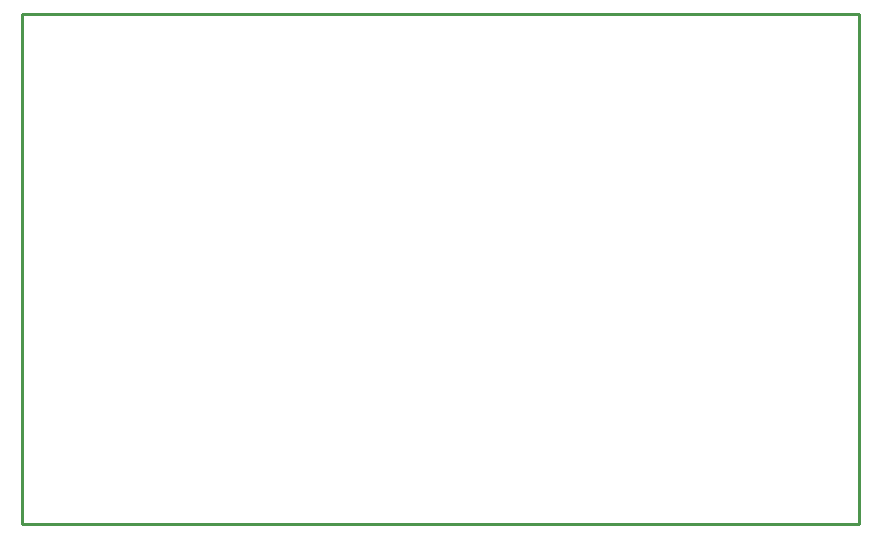
<source format=gko>
G04 EAGLE Gerber RS-274X export*
G75*
%MOMM*%
%FSLAX34Y34*%
%LPD*%
%INBoard Outline*%
%IPPOS*%
%AMOC8*
5,1,8,0,0,1.08239X$1,22.5*%
G01*
%ADD10C,0.000000*%
%ADD11C,0.254000*%


D10*
X0Y177800D02*
X707900Y177800D01*
X707900Y609500D01*
X0Y609500D01*
X0Y177800D01*
D11*
X0Y177800D02*
X707900Y177800D01*
X707900Y609500D01*
X0Y609500D01*
X0Y177800D01*
M02*

</source>
